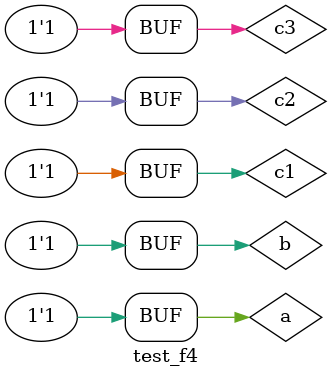
<source format=v>



module f4 (output s,
            input  x,
            input  y,
            input  c1, input c2, input c3);
  assign s = (~x & ~y & ~c3) + (~x & y & ~c2) + (x & ~y & ~c2 & c3) + 
              (x & ~y & c1 & ~c2) + (x & y & ~c1 & c3) + (x & y & c1 & c2 & ~c3);
endmodule

// USAR PORTAS !!!

module test_f4;

// ------------------------- definir dados
reg  a;
reg  b;
reg  c1;
reg  c2;
reg  c3;
wire s;

f4 modulo (s, a,b,c1,c2,c3);


initial begin:start
  a=0;b=0;  c1=0;c2=0;c3=0;
end


// ------------------------- parte principal
initial begin:main
  $display("Exemplo0035 - Davidson Francis - 466499");
  $display("Test LU's module");
  
  $display("a  b  chave  saida");
  $monitor("%b  %b  %b %b %b     %b", a,b,c1,c2,c3, s);
 
  #1 a = 0; b = 0;   c1 = 0; c2=0; c3=0;
  #1 a = 0; b = 0;   c1 = 0; c2=0; c3=1;
  #1 a = 0; b = 1;   c1 = 0; c2=1; c3=0;
  #1 a = 0; b = 1;   c1 = 0; c2=1; c3=1;
  #1 a = 1; b = 0;   c1 = 1; c2=0; c3=0;
  #1 a = 1; b = 0;   c1 = 1; c2=0; c3=1;
  #1 a = 1; b = 1;   c1 = 1; c2=1; c3=0;
  #1 a = 1; b = 1;   c1 = 1; c2=1; c3=1;
end
endmodule

</source>
